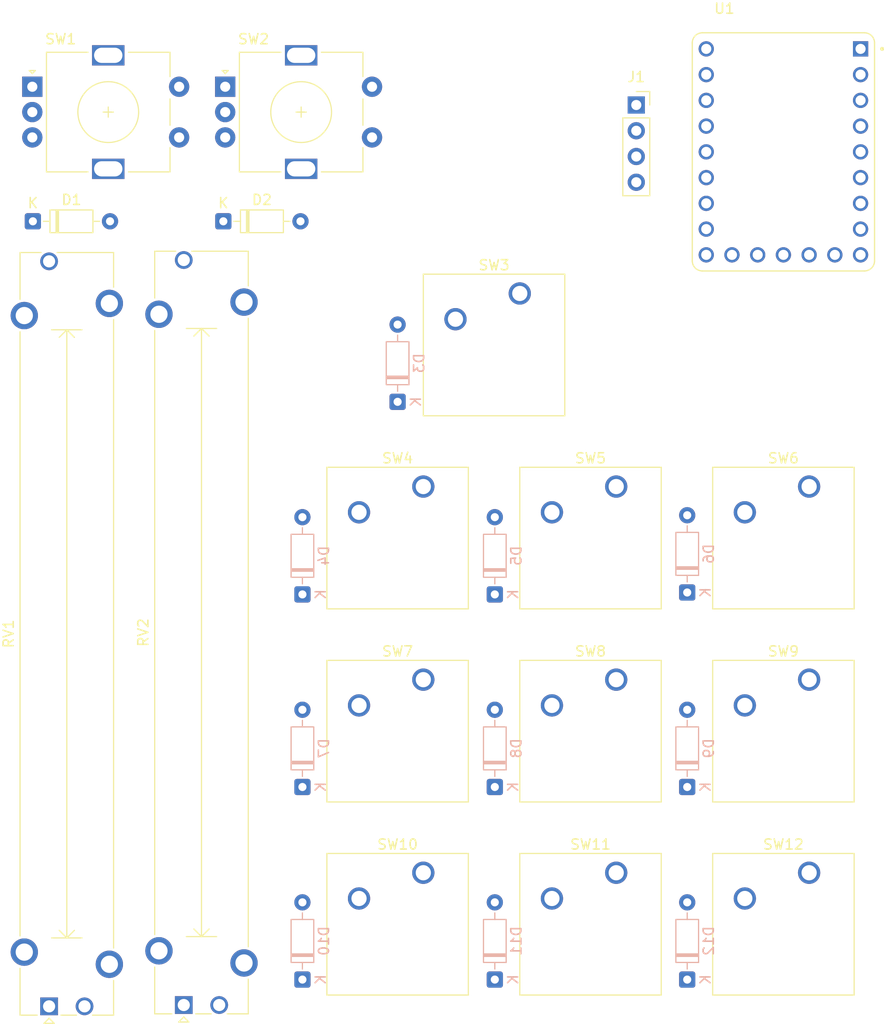
<source format=kicad_pcb>
(kicad_pcb (version 20241229) (generator "pcbnew") (generator_version "9.0")
  (layers (0 "F.Cu" signal) (2 "B.Cu" signal) (13 "F.Paste" user) (15 "B.Paste" user) (5 "F.SilkS" user "F.Silkscreen") (7 "B.SilkS" user "B.Silkscreen") (1 "F.Mask" user) (3 "B.Mask" user) (25 "Edge.Cuts" user))
  (net 0 "")
  (net 1 "/ROW0")
  (net 2 "/R1S2")
  (net 3 "/R2S2")
  (net 4 "Net-(D3-A)")
  (net 5 "Net-(D4-A)")
  (net 6 "/ROW1")
  (net 7 "Net-(D5-A)")
  (net 8 "Net-(D6-A)")
  (net 9 "Net-(D7-A)")
  (net 10 "/ROW2")
  (net 11 "Net-(D8-A)")
  (net 12 "Net-(D9-A)")
  (net 13 "/ROW3")
  (net 14 "Net-(D10-A)")
  (net 15 "Net-(D11-A)")
  (net 16 "Net-(D12-A)")
  (net 17 "GND")
  (net 18 "/SDA")
  (net 19 "/SCL")
  (net 20 "+3V3")
  (net 21 "+5V")
  (net 22 "/POT1")
  (net 23 "/POT2")
  (net 24 "/R1A")
  (net 25 "/COL0")
  (net 26 "/R1B")
  (net 27 "/R2B")
  (net 28 "/COL1")
  (net 29 "/R2A")
  (net 30 "/COL2")
  (footprint "Potentiometer_THT:Potentiometer_Bourns_PTA6043_Single_Slide" (layer "F.Cu") (at 117.982223 141.450822 90)
    (property "Reference" "RV1" (at 36.75 -4 90) (layer "F.SilkS"))
    (property "Value" "R_Potentiometer")
    (fp_line (start 74.37 -2.87) (end 74.37 -0.79) (stroke (width 0.12)) (layer "F.SilkS"))
    (fp_line (start 69.746 -2.87) (end 74.37 -2.87) (stroke (width 0.12)) (layer "F.SilkS"))
    (fp_line (start 6.946 -2.87) (end 66.554 -2.87) (stroke (width 0.12)) (layer "F.SilkS"))
    (fp_line (start -0.87 -2.87) (end 3.754 -2.87) (stroke (width 0.12)) (layer "F.SilkS"))
    (fp_line (start -0.87 -1.175) (end -0.87 -2.87) (stroke (width 0.12)) (layer "F.SilkS"))
    (fp_line (start -1.675 -0.5) (end -1.675 0.5) (stroke (width 0.12)) (layer "F.SilkS"))
    (fp_line (start -1.175 0) (end -1.675 -0.5) (stroke (width 0.12)) (layer "F.SilkS"))
    (fp_line (start 66.75 0.25) (end 66.75 3.25) (stroke (width 0.12)) (layer "F.SilkS"))
    (fp_line (start 6.75 0.25) (end 6.75 3.25) (stroke (width 0.12)) (layer "F.SilkS"))
    (fp_line (start -1.675 0.5) (end -1.175 0) (stroke (width 0.12)) (layer "F.SilkS"))
    (fp_line (start 74.37 0.79) (end 74.37 6.37) (stroke (width 0.12)) (layer "F.SilkS"))
    (fp_line (start 66 1) (end 66.75 1.75) (stroke (width 0.12)) (layer "F.SilkS"))
    (fp_line (start 7.5 1) (end 6.75 1.75) (stroke (width 0.12)) (layer "F.SilkS"))
    (fp_line (start 66.75 1.75) (end 66 2.5) (stroke (width 0.12)) (layer "F.SilkS"))
    (fp_line (start 6.75 1.75) (end 66.75 1.75) (stroke (width 0.12)) (layer "F.SilkS"))
    (fp_line (start 6.75 1.75) (end 7.5 2.5) (stroke (width 0.12)) (layer "F.SilkS"))
    (fp_line (start -0.87 2.71) (end -0.87 1.175) (stroke (width 0.12)) (layer "F.SilkS"))
    (fp_line (start 74.37 6.37) (end 70.946 6.37) (stroke (width 0.12)) (layer "F.SilkS"))
    (fp_line (start 67.754 6.37) (end 5.746 6.37) (stroke (width 0.12)) (layer "F.SilkS"))
    (fp_line (start 2.554 6.37) (end -0.87 6.37) (stroke (width 0.12)) (layer "F.SilkS"))
    (fp_line (start -0.87 6.37) (end -0.87 4.29) (stroke (width 0.12)) (layer "F.SilkS"))
    (pad "1" thru_hole rect (at 0 0 90) (size 1.75 1.75) (drill 1.2) (layers "*.Cu" "*.Mask") (net 21 "+5V"))
    (pad "2" thru_hole circle (at 0 3.5 90) (size 1.75 1.75) (drill 1.2) (layers "*.Cu" "*.Mask") (net 22 "/POT1"))
    (pad "3" thru_hole circle (at 73.5 0 90) (size 1.75 1.75) (drill 1.2) (layers "*.Cu" "*.Mask") (net 17 "GND"))
    (pad "MP" thru_hole circle (at 4.15 5.95 90) (size 2.7 2.7) (drill 1.7) (layers "*.Cu" "*.Mask"))
    (pad "MP" thru_hole circle (at 5.35 -2.45 90) (size 2.7 2.7) (drill 1.7) (layers "*.Cu" "*.Mask"))
    (pad "MP" thru_hole circle (at 68.15 -2.45 90) (size 2.7 2.7) (drill 1.7) (layers "*.Cu" "*.Mask"))
    (pad "MP" thru_hole circle (at 69.35 5.95 90) (size 2.7 2.7) (drill 1.7) (layers "*.Cu" "*.Mask"))
  )
  (footprint "Rotary_Encoder:RotaryEncoder_Alps_EC11E-Switch_Vertical_H20mm" (layer "F.Cu") (at 116.325 50.725)
    (property "Reference" "SW1" (at 2.8 -4.7 0) (layer "F.SilkS"))
    (property "Value" "RotaryEncoder_Switch")
    (fp_line (start -0.3 -1.6) (end 0.3 -1.6) (stroke (width 0.12)) (layer "F.SilkS"))
    (fp_line (start 0 -1.3) (end -0.3 -1.6) (stroke (width 0.12)) (layer "F.SilkS"))
    (fp_line (start 0.3 -1.6) (end 0 -1.3) (stroke (width 0.12)) (layer "F.SilkS"))
    (fp_line (start 1.4 -3.4) (end 1.4 8.4) (stroke (width 0.12)) (layer "F.SilkS"))
    (fp_line (start 5.5 -3.4) (end 1.4 -3.4) (stroke (width 0.12)) (layer "F.SilkS"))
    (fp_line (start 5.5 8.4) (end 1.4 8.4) (stroke (width 0.12)) (layer "F.SilkS"))
    (fp_line (start 7 2.5) (end 8 2.5) (stroke (width 0.12)) (layer "F.SilkS"))
    (fp_line (start 7.5 2) (end 7.5 3) (stroke (width 0.12)) (layer "F.SilkS"))
    (fp_line (start 9.5 -3.4) (end 13.6 -3.4) (stroke (width 0.12)) (layer "F.SilkS"))
    (fp_line (start 13.6 -3.4) (end 13.6 -1) (stroke (width 0.12)) (layer "F.SilkS"))
    (fp_line (start 13.6 1.2) (end 13.6 3.8) (stroke (width 0.12)) (layer "F.SilkS"))
    (fp_line (start 13.6 6) (end 13.6 8.4) (stroke (width 0.12)) (layer "F.SilkS"))
    (fp_line (start 13.6 8.4) (end 9.5 8.4) (stroke (width 0.12)) (layer "F.SilkS"))
    (fp_circle (center 7.5 2.5) (end 10.5 2.5) (stroke (width 0.12)) (fill no) (layer "F.SilkS"))
    (pad "A" thru_hole rect (at 0 0) (size 2 2) (drill 1) (layers "*.Cu" "*.Mask") (net 24 "/R1A"))
    (pad "B" thru_hole circle (at 0 5) (size 2 2) (drill 1) (layers "*.Cu" "*.Mask") (net 26 "/R1B"))
    (pad "C" thru_hole circle (at 0 2.5) (size 2 2) (drill 1) (layers "*.Cu" "*.Mask") (net 17 "GND"))
    (pad "MP" thru_hole rect (at 7.5 -3.1) (size 3.2 2) (drill oval 2.8 1.5) (layers "*.Cu" "*.Mask"))
    (pad "MP" thru_hole rect (at 7.5 8.1) (size 3.2 2) (drill oval 2.8 1.5) (layers "*.Cu" "*.Mask"))
    (pad "S1" thru_hole circle (at 14.5 5) (size 2 2) (drill 1) (layers "*.Cu" "*.Mask") (net 25 "/COL0"))
    (pad "S2" thru_hole circle (at 14.5 0) (size 2 2) (drill 1) (layers "*.Cu" "*.Mask") (net 2 "/R1S2"))
  )
  (footprint "Button_Switch_Keyboard:SW_Cherry_MX_1.00u_PCB" (layer "F.Cu") (at 173.99 128.27)
    (property "Reference" "SW11" (at -2.54 -2.794 0) (layer "F.SilkS"))
    (property "Value" "SW_Push")
    (fp_line (start -9.525 -1.905) (end 4.445 -1.905) (stroke (width 0.12)) (layer "F.SilkS"))
    (fp_line (start -9.525 12.065) (end -9.525 -1.905) (stroke (width 0.12)) (layer "F.SilkS"))
    (fp_line (start 4.445 -1.905) (end 4.445 12.065) (stroke (width 0.12)) (layer "F.SilkS"))
    (fp_line (start 4.445 12.065) (end -9.525 12.065) (stroke (width 0.12)) (layer "F.SilkS"))
    (pad "" np_thru_hole circle (at -7.62 5.08) (size 1.7 1.7) (drill 1.7) (layers "*.Cu" "*.Mask"))
    (pad "" np_thru_hole circle (at -2.54 5.08) (size 4 4) (drill 4) (layers "*.Cu" "*.Mask"))
    (pad "" np_thru_hole circle (at 2.54 5.08) (size 1.7 1.7) (drill 1.7) (layers "*.Cu" "*.Mask"))
    (pad "1" thru_hole circle (at 0 0) (size 2.2 2.2) (drill 1.5) (layers "*.Cu" "*.Mask") (net 28 "/COL1"))
    (pad "2" thru_hole circle (at -6.35 2.54) (size 2.2 2.2) (drill 1.5) (layers "*.Cu" "*.Mask") (net 15 "Net-(D11-A)"))
  )
  (footprint "Diode_THT:D_DO-35_SOD27_P7.62mm_Horizontal" (layer "F.Cu") (at 116.38 64)
    (property "Reference" "D1" (at 3.81 -2.12 0) (layer "F.SilkS"))
    (property "Value" "D")
    (fp_line (start 1.04 0) (end 1.69 0) (stroke (width 0.12)) (layer "F.SilkS"))
    (fp_line (start 2.29 -1.12) (end 2.29 1.12) (stroke (width 0.12)) (layer "F.SilkS"))
    (fp_line (start 2.41 -1.12) (end 2.41 1.12) (stroke (width 0.12)) (layer "F.SilkS"))
    (fp_line (start 2.53 -1.12) (end 2.53 1.12) (stroke (width 0.12)) (layer "F.SilkS"))
    (fp_line (start 6.58 0) (end 5.93 0) (stroke (width 0.12)) (layer "F.SilkS"))
    (fp_rect (start 1.69 -1.12) (end 5.93 1.12) (stroke (width 0.12)) (fill no) (layer "F.SilkS"))
    (fp_text user "K" (at 0 -1.8 0) (layer "F.SilkS"))
    (pad "1" thru_hole roundrect (at 0 0) (size 1.6 1.6) (drill 0.8) (layers "*.Cu" "*.Mask") (roundrect_rratio 0.15625) (net 1 "/ROW0"))
    (pad "2" thru_hole circle (at 7.62 0) (size 1.6 1.6) (drill 0.8) (layers "*.Cu" "*.Mask") (net 2 "/R1S2"))
  )
  (footprint "Button_Switch_Keyboard:SW_Cherry_MX_1.00u_PCB" (layer "F.Cu") (at 154.94 128.27)
    (property "Reference" "SW10" (at -2.54 -2.794 0) (layer "F.SilkS"))
    (property "Value" "SW_Push")
    (fp_line (start -9.525 -1.905) (end 4.445 -1.905) (stroke (width 0.12)) (layer "F.SilkS"))
    (fp_line (start -9.525 12.065) (end -9.525 -1.905) (stroke (width 0.12)) (layer "F.SilkS"))
    (fp_line (start 4.445 -1.905) (end 4.445 12.065) (stroke (width 0.12)) (layer "F.SilkS"))
    (fp_line (start 4.445 12.065) (end -9.525 12.065) (stroke (width 0.12)) (layer "F.SilkS"))
    (pad "" np_thru_hole circle (at -7.62 5.08) (size 1.7 1.7) (drill 1.7) (layers "*.Cu" "*.Mask"))
    (pad "" np_thru_hole circle (at -2.54 5.08) (size 4 4) (drill 4) (layers "*.Cu" "*.Mask"))
    (pad "" np_thru_hole circle (at 2.54 5.08) (size 1.7 1.7) (drill 1.7) (layers "*.Cu" "*.Mask"))
    (pad "1" thru_hole circle (at 0 0) (size 2.2 2.2) (drill 1.5) (layers "*.Cu" "*.Mask") (net 25 "/COL0"))
    (pad "2" thru_hole circle (at -6.35 2.54) (size 2.2 2.2) (drill 1.5) (layers "*.Cu" "*.Mask") (net 14 "Net-(D10-A)"))
  )
  (footprint "Button_Switch_Keyboard:SW_Cherry_MX_1.00u_PCB" (layer "F.Cu") (at 193.04 90.17)
    (property "Reference" "SW6" (at -2.54 -2.794 0) (layer "F.SilkS"))
    (property "Value" "SW_Push")
    (fp_line (start -9.525 -1.905) (end 4.445 -1.905) (stroke (width 0.12)) (layer "F.SilkS"))
    (fp_line (start -9.525 12.065) (end -9.525 -1.905) (stroke (width 0.12)) (layer "F.SilkS"))
    (fp_line (start 4.445 -1.905) (end 4.445 12.065) (stroke (width 0.12)) (layer "F.SilkS"))
    (fp_line (start 4.445 12.065) (end -9.525 12.065) (stroke (width 0.12)) (layer "F.SilkS"))
    (pad "" np_thru_hole circle (at -7.62 5.08) (size 1.7 1.7) (drill 1.7) (layers "*.Cu" "*.Mask"))
    (pad "" np_thru_hole circle (at -2.54 5.08) (size 4 4) (drill 4) (layers "*.Cu" "*.Mask"))
    (pad "" np_thru_hole circle (at 2.54 5.08) (size 1.7 1.7) (drill 1.7) (layers "*.Cu" "*.Mask"))
    (pad "1" thru_hole circle (at 0 0) (size 2.2 2.2) (drill 1.5) (layers "*.Cu" "*.Mask") (net 30 "/COL2"))
    (pad "2" thru_hole circle (at -6.35 2.54) (size 2.2 2.2) (drill 1.5) (layers "*.Cu" "*.Mask") (net 8 "Net-(D6-A)"))
  )
  (footprint "Diode_THT:D_DO-35_SOD27_P7.62mm_Horizontal" (layer "F.Cu") (at 135.19 64)
    (property "Reference" "D2" (at 3.81 -2.12 0) (layer "F.SilkS"))
    (property "Value" "D")
    (fp_line (start 1.04 0) (end 1.69 0) (stroke (width 0.12)) (layer "F.SilkS"))
    (fp_line (start 2.29 -1.12) (end 2.29 1.12) (stroke (width 0.12)) (layer "F.SilkS"))
    (fp_line (start 2.41 -1.12) (end 2.41 1.12) (stroke (width 0.12)) (layer "F.SilkS"))
    (fp_line (start 2.53 -1.12) (end 2.53 1.12) (stroke (width 0.12)) (layer "F.SilkS"))
    (fp_line (start 6.58 0) (end 5.93 0) (stroke (width 0.12)) (layer "F.SilkS"))
    (fp_rect (start 1.69 -1.12) (end 5.93 1.12) (stroke (width 0.12)) (fill no) (layer "F.SilkS"))
    (fp_text user "K" (at 0 -1.8 0) (layer "F.SilkS"))
    (pad "1" thru_hole roundrect (at 0 0) (size 1.6 1.6) (drill 0.8) (layers "*.Cu" "*.Mask") (roundrect_rratio 0.15625) (net 1 "/ROW0"))
    (pad "2" thru_hole circle (at 7.62 0) (size 1.6 1.6) (drill 0.8) (layers "*.Cu" "*.Mask") (net 3 "/R2S2"))
  )
  (footprint "Button_Switch_Keyboard:SW_Cherry_MX_1.00u_PCB" (layer "F.Cu") (at 154.94 109.22)
    (property "Reference" "SW7" (at -2.54 -2.794 0) (layer "F.SilkS"))
    (property "Value" "SW_Push")
    (fp_line (start -9.525 -1.905) (end 4.445 -1.905) (stroke (width 0.12)) (layer "F.SilkS"))
    (fp_line (start -9.525 12.065) (end -9.525 -1.905) (stroke (width 0.12)) (layer "F.SilkS"))
    (fp_line (start 4.445 -1.905) (end 4.445 12.065) (stroke (width 0.12)) (layer "F.SilkS"))
    (fp_line (start 4.445 12.065) (end -9.525 12.065) (stroke (width 0.12)) (layer "F.SilkS"))
    (pad "" np_thru_hole circle (at -7.62 5.08) (size 1.7 1.7) (drill 1.7) (layers "*.Cu" "*.Mask"))
    (pad "" np_thru_hole circle (at -2.54 5.08) (size 4 4) (drill 4) (layers "*.Cu" "*.Mask"))
    (pad "" np_thru_hole circle (at 2.54 5.08) (size 1.7 1.7) (drill 1.7) (layers "*.Cu" "*.Mask"))
    (pad "1" thru_hole circle (at 0 0) (size 2.2 2.2) (drill 1.5) (layers "*.Cu" "*.Mask") (net 25 "/COL0"))
    (pad "2" thru_hole circle (at -6.35 2.54) (size 2.2 2.2) (drill 1.5) (layers "*.Cu" "*.Mask") (net 9 "Net-(D7-A)"))
  )
  (footprint "Button_Switch_Keyboard:SW_Cherry_MX_1.00u_PCB" (layer "F.Cu") (at 154.94 90.17)
    (property "Reference" "SW4" (at -2.54 -2.794 0) (layer "F.SilkS"))
    (property "Value" "SW_Push")
    (fp_line (start -9.525 -1.905) (end 4.445 -1.905) (stroke (width 0.12)) (layer "F.SilkS"))
    (fp_line (start -9.525 12.065) (end -9.525 -1.905) (stroke (width 0.12)) (layer "F.SilkS"))
    (fp_line (start 4.445 -1.905) (end 4.445 12.065) (stroke (width 0.12)) (layer "F.SilkS"))
    (fp_line (start 4.445 12.065) (end -9.525 12.065) (stroke (width 0.12)) (layer "F.SilkS"))
    (pad "" np_thru_hole circle (at -7.62 5.08) (size 1.7 1.7) (drill 1.7) (layers "*.Cu" "*.Mask"))
    (pad "" np_thru_hole circle (at -2.54 5.08) (size 4 4) (drill 4) (layers "*.Cu" "*.Mask"))
    (pad "" np_thru_hole circle (at 2.54 5.08) (size 1.7 1.7) (drill 1.7) (layers "*.Cu" "*.Mask"))
    (pad "1" thru_hole circle (at 0 0) (size 2.2 2.2) (drill 1.5) (layers "*.Cu" "*.Mask") (net 25 "/COL0"))
    (pad "2" thru_hole circle (at -6.35 2.54) (size 2.2 2.2) (drill 1.5) (layers "*.Cu" "*.Mask") (net 5 "Net-(D4-A)"))
  )
  (footprint "Button_Switch_Keyboard:SW_Cherry_MX_1.00u_PCB" (layer "F.Cu") (at 193.04 128.27)
    (property "Reference" "SW12" (at -2.54 -2.794 0) (layer "F.SilkS"))
    (property "Value" "SW_Push")
    (fp_line (start -9.525 -1.905) (end 4.445 -1.905) (stroke (width 0.12)) (layer "F.SilkS"))
    (fp_line (start -9.525 12.065) (end -9.525 -1.905) (stroke (width 0.12)) (layer "F.SilkS"))
    (fp_line (start 4.445 -1.905) (end 4.445 12.065) (stroke (width 0.12)) (layer "F.SilkS"))
    (fp_line (start 4.445 12.065) (end -9.525 12.065) (stroke (width 0.12)) (layer "F.SilkS"))
    (pad "" np_thru_hole circle (at -7.62 5.08) (size 1.7 1.7) (drill 1.7) (layers "*.Cu" "*.Mask"))
    (pad "" np_thru_hole circle (at -2.54 5.08) (size 4 4) (drill 4) (layers "*.Cu" "*.Mask"))
    (pad "" np_thru_hole circle (at 2.54 5.08) (size 1.7 1.7) (drill 1.7) (layers "*.Cu" "*.Mask"))
    (pad "1" thru_hole circle (at 0 0) (size 2.2 2.2) (drill 1.5) (layers "*.Cu" "*.Mask") (net 30 "/COL2"))
    (pad "2" thru_hole circle (at -6.35 2.54) (size 2.2 2.2) (drill 1.5) (layers "*.Cu" "*.Mask") (net 16 "Net-(D12-A)"))
  )
  (footprint "RP2040-ZERO:MODULE_RP2040-ZERO" (layer "F.Cu") (at 190.5 57.15)
    (property "Reference" "U1" (at -5.825 -14.135 0) (layer "F.SilkS"))
    (property "Value" "RP2040-ZERO")
    (fp_line (start -9 -10.75) (end -9 10.75) (stroke (width 0.127)) (layer "F.SilkS"))
    (fp_line (start -8 11.75) (end 8 11.75) (stroke (width 0.127)) (layer "F.SilkS"))
    (fp_line (start 8 -11.75) (end -8 -11.75) (stroke (width 0.127)) (layer "F.SilkS"))
    (fp_line (start 9 10.75) (end 9 -10.75) (stroke (width 0.127)) (layer "F.SilkS"))
    (fp_arc (start -9 -10.75) (mid -8.707107 -11.457107) (end -8 -11.75) (stroke (width 0.127)) (layer "F.SilkS"))
    (fp_arc (start -8 11.75) (mid -8.707107 11.457107) (end -9 10.75) (stroke (width 0.127)) (layer "F.SilkS"))
    (fp_arc (start 8 -11.75) (mid 8.707107 -11.457107) (end 9 -10.75) (stroke (width 0.127)) (layer "F.SilkS"))
    (fp_arc (start 9 10.75) (mid 8.707107 11.457107) (end 8 11.75) (stroke (width 0.127)) (layer "F.SilkS"))
    (fp_circle (center 9.75 -10.16) (end 9.85 -10.16) (stroke (width 0.2)) (fill no) (layer "F.SilkS"))
    (pad "1" thru_hole rect (at 7.62 -10.16) (size 1.508 1.508) (drill 1) (layers "*.Cu" "*.Mask") (net 25 "/COL0"))
    (pad "2" thru_hole circle (at 7.62 -7.62) (size 1.508 1.508) (drill 1) (layers "*.Cu" "*.Mask") (net 28 "/COL1"))
    (pad "3" thru_hole circle (at 7.62 -5.08) (size 1.508 1.508) (drill 1) (layers "*.Cu" "*.Mask") (net 30 "/COL2"))
    (pad "4" thru_hole circle (at 7.62 -2.54) (size 1.508 1.508) (drill 1) (layers "*.Cu" "*.Mask") (net 1 "/ROW0"))
    (pad "5" thru_hole circle (at 7.62 0) (size 1.508 1.508) (drill 1) (layers "*.Cu" "*.Mask") (net 6 "/ROW1"))
    (pad "6" thru_hole circle (at 7.62 2.54) (size 1.508 1.508) (drill 1) (layers "*.Cu" "*.Mask") (net 10 "/ROW2"))
    (pad "7" thru_hole circle (at 7.62 5.08) (size 1.508 1.508) (drill 1) (layers "*.Cu" "*.Mask") (net 13 "/ROW3"))
    (pad "8" thru_hole circle (at 7.62 7.62) (size 1.508 1.508) (drill 1) (layers "*.Cu" "*.Mask") (net 19 "/SCL"))
    (pad "9" thru_hole circle (at 7.62 10.16) (size 1.508 1.508) (drill 1) (layers "*.Cu" "*.Mask") (net 18 "/SDA"))
    (pad "10" thru_hole circle (at 5.08 10.16) (size 1.508 1.508) (drill 1) (layers "*.Cu" "*.Mask"))
    (pad "11" thru_hole circle (at 2.54 10.16) (size 1.508 1.508) (drill 1) (layers "*.Cu" "*.Mask"))
    (pad "12" thru_hole circle (at 0 10.16) (size 1.508 1.508) (drill 1) (layers "*.Cu" "*.Mask"))
    (pad "13" thru_hole circle (at -2.54 10.16) (size 1.508 1.508) (drill 1) (layers "*.Cu" "*.Mask") (net 24 "/R1A"))
    (pad "14" thru_hole circle (at -5.08 10.16) (size 1.508 1.508) (drill 1) (layers "*.Cu" "*.Mask") (net 26 "/R1B"))
    (pad "15" thru_hole circle (at -7.62 10.16) (size 1.508 1.508) (drill 1) (layers "*.Cu" "*.Mask") (net 29 "/R2A"))
    (pad "16" thru_hole circle (at -7.62 7.62) (size 1.508 1.508) (drill 1) (layers "*.Cu" "*.Mask") (net 27 "/R2B"))
    (pad "17" thru_hole circle (at -7.62 5.08) (size 1.508 1.508) (drill 1) (layers "*.Cu" "*.Mask"))
    (pad "18" thru_hole circle (at -7.62 2.54) (size 1.508 1.508) (drill 1) (layers "*.Cu" "*.Mask"))
    (pad "19" thru_hole circle (at -7.62 0) (size 1.508 1.508) (drill 1) (layers "*.Cu" "*.Mask") (net 22 "/POT1"))
    (pad "20" thru_hole circle (at -7.62 -2.54) (size 1.508 1.508) (drill 1) (layers "*.Cu" "*.Mask") (net 23 "/POT2"))
    (pad "21" thru_hole circle (at -7.62 -5.08) (size 1.508 1.508) (drill 1) (layers "*.Cu" "*.Mask") (net 20 "+3V3"))
    (pad "22" thru_hole circle (at -7.62 -7.62) (size 1.508 1.508) (drill 1) (layers "*.Cu" "*.Mask") (net 17 "GND"))
    (pad "23" thru_hole circle (at -7.62 -10.16) (size 1.508 1.508) (drill 1) (layers "*.Cu" "*.Mask") (net 21 "+5V"))
  )
  (footprint "Potentiometer_THT:Potentiometer_Bourns_PTA6043_Single_Slide" (layer "F.Cu") (at 131.282223 141.320822 90)
    (property "Reference" "RV2" (at 36.75 -4 90) (layer "F.SilkS"))
    (property "Value" "R_Potentiometer")
    (fp_line (start 74.37 -2.87) (end 74.37 -0.79) (stroke (width 0.12)) (layer "F.SilkS"))
    (fp_line (start 69.746 -2.87) (end 74.37 -2.87) (stroke (width 0.12)) (layer "F.SilkS"))
    (fp_line (start 6.946 -2.87) (end 66.554 -2.87) (stroke (width 0.12)) (layer "F.SilkS"))
    (fp_line (start -0.87 -2.87) (end 3.754 -2.87) (stroke (width 0.12)) (layer "F.SilkS"))
    (fp_line (start -0.87 -1.175) (end -0.87 -2.87) (stroke (width 0.12)) (layer "F.SilkS"))
    (fp_line (start -1.675 -0.5) (end -1.675 0.5) (stroke (width 0.12)) (layer "F.SilkS"))
    (fp_line (start -1.175 0) (end -1.675 -0.5) (stroke (width 0.12)) (layer "F.SilkS"))
    (fp_line (start 66.75 0.25) (end 66.75 3.25) (stroke (width 0.12)) (layer "F.SilkS"))
    (fp_line (start 6.75 0.25) (end 6.75 3.25) (stroke (width 0.12)) (layer "F.SilkS"))
    (fp_line (start -1.675 0.5) (end -1.175 0) (stroke (width 0.12)) (layer "F.SilkS"))
    (fp_line (start 74.37 0.79) (end 74.37 6.37) (stroke (width 0.12)) (layer "F.SilkS"))
    (fp_line (start 66 1) (end 66.75 1.75) (stroke (width 0.12)) (layer "F.SilkS"))
    (fp_line (start 7.5 1) (end 6.75 1.75) (stroke (width 0.12)) (layer "F.SilkS"))
    (fp_line (start 66.75 1.75) (end 66 2.5) (stroke (width 0.12)) (layer "F.SilkS"))
    (fp_line (start 6.75 1.75) (end 66.75 1.75) (stroke (width 0.12)) (layer "F.SilkS"))
    (fp_line (start 6.75 1.75) (end 7.5 2.5) (stroke (width 0.12)) (layer "F.SilkS"))
    (fp_line (start -0.87 2.71) (end -0.87 1.175) (stroke (width 0.12)) (layer "F.SilkS"))
    (fp_line (start 74.37 6.37) (end 70.946 6.37) (stroke (width 0.12)) (layer "F.SilkS"))
    (fp_line (start 67.754 6.37) (end 5.746 6.37) (stroke (width 0.12)) (layer "F.SilkS"))
    (fp_line (start 2.554 6.37) (end -0.87 6.37) (stroke (width 0.12)) (layer "F.SilkS"))
    (fp_line (start -0.87 6.37) (end -0.87 4.29) (stroke (width 0.12)) (layer "F.SilkS"))
    (pad "1" thru_hole rect (at 0 0 90) (size 1.75 1.75) (drill 1.2) (layers "*.Cu" "*.Mask") (net 21 "+5V"))
    (pad "2" thru_hole circle (at 0 3.5 90) (size 1.75 1.75) (drill 1.2) (layers "*.Cu" "*.Mask") (net 23 "/POT2"))
    (pad "3" thru_hole circle (at 73.5 0 90) (size 1.75 1.75) (drill 1.2) (layers "*.Cu" "*.Mask") (net 17 "GND"))
    (pad "MP" thru_hole circle (at 4.15 5.95 90) (size 2.7 2.7) (drill 1.7) (layers "*.Cu" "*.Mask"))
    (pad "MP" thru_hole circle (at 5.35 -2.45 90) (size 2.7 2.7) (drill 1.7) (layers "*.Cu" "*.Mask"))
    (pad "MP" thru_hole circle (at 68.15 -2.45 90) (size 2.7 2.7) (drill 1.7) (layers "*.Cu" "*.Mask"))
    (pad "MP" thru_hole circle (at 69.35 5.95 90) (size 2.7 2.7) (drill 1.7) (layers "*.Cu" "*.Mask"))
  )
  (footprint "Rotary_Encoder:RotaryEncoder_Alps_EC11E-Switch_Vertical_H20mm" (layer "F.Cu") (at 135.375 50.725)
    (property "Reference" "SW2" (at 2.8 -4.7 0) (layer "F.SilkS"))
    (property "Value" "RotaryEncoder_Switch")
    (fp_line (start -0.3 -1.6) (end 0.3 -1.6) (stroke (width 0.12)) (layer "F.SilkS"))
    (fp_line (start 0 -1.3) (end -0.3 -1.6) (stroke (width 0.12)) (layer "F.SilkS"))
    (fp_line (start 0.3 -1.6) (end 0 -1.3) (stroke (width 0.12)) (layer "F.SilkS"))
    (fp_line (start 1.4 -3.4) (end 1.4 8.4) (stroke (width 0.12)) (layer "F.SilkS"))
    (fp_line (start 5.5 -3.4) (end 1.4 -3.4) (stroke (width 0.12)) (layer "F.SilkS"))
    (fp_line (start 5.5 8.4) (end 1.4 8.4) (stroke (width 0.12)) (layer "F.SilkS"))
    (fp_line (start 7 2.5) (end 8 2.5) (stroke (width 0.12)) (layer "F.SilkS"))
    (fp_line (start 7.5 2) (end 7.5 3) (stroke (width 0.12)) (layer "F.SilkS"))
    (fp_line (start 9.5 -3.4) (end 13.6 -3.4) (stroke (width 0.12)) (layer "F.SilkS"))
    (fp_line (start 13.6 -3.4) (end 13.6 -1) (stroke (width 0.12)) (layer "F.SilkS"))
    (fp_line (start 13.6 1.2) (end 13.6 3.8) (stroke (width 0.12)) (layer "F.SilkS"))
    (fp_line (start 13.6 6) (end 13.6 8.4) (stroke (width 0.12)) (layer "F.SilkS"))
    (fp_line (start 13.6 8.4) (end 9.5 8.4) (stroke (width 0.12)) (layer "F.SilkS"))
    (fp_circle (center 7.5 2.5) (end 10.5 2.5) (stroke (width 0.12)) (fill no) (layer "F.SilkS"))
    (pad "A" thru_hole rect (at 0 0) (size 2 2) (drill 1) (layers "*.Cu" "*.Mask") (net 29 "/R2A"))
    (pad "B" thru_hole circle (at 0 5) (size 2 2) (drill 1) (layers "*.Cu" "*.Mask") (net 27 "/R2B"))
    (pad "C" thru_hole circle (at 0 2.5) (size 2 2) (drill 1) (layers "*.Cu" "*.Mask") (net 17 "GND"))
    (pad "MP" thru_hole rect (at 7.5 -3.1) (size 3.2 2) (drill oval 2.8 1.5) (layers "*.Cu" "*.Mask"))
    (pad "MP" thru_hole rect (at 7.5 8.1) (size 3.2 2) (drill oval 2.8 1.5) (layers "*.Cu" "*.Mask"))
    (pad "S1" thru_hole circle (at 14.5 5) (size 2 2) (drill 1) (layers "*.Cu" "*.Mask") (net 28 "/COL1"))
    (pad "S2" thru_hole circle (at 14.5 0) (size 2 2) (drill 1) (layers "*.Cu" "*.Mask") (net 3 "/R2S2"))
  )
  (footprint "Button_Switch_Keyboard:SW_Cherry_MX_1.00u_PCB" (layer "F.Cu") (at 164.465 71.12)
    (property "Reference" "SW3" (at -2.54 -2.794 0) (layer "F.SilkS"))
    (property "Value" "SW_Push")
    (fp_line (start -9.525 -1.905) (end 4.445 -1.905) (stroke (width 0.12)) (layer "F.SilkS"))
    (fp_line (start -9.525 12.065) (end -9.525 -1.905) (stroke (width 0.12)) (layer "F.SilkS"))
    (fp_line (start 4.445 -1.905) (end 4.445 12.065) (stroke (width 0.12)) (layer "F.SilkS"))
    (fp_line (start 4.445 12.065) (end -9.525 12.065) (stroke (width 0.12)) (layer "F.SilkS"))
    (pad "" np_thru_hole circle (at -7.62 5.08) (size 1.7 1.7) (drill 1.7) (layers "*.Cu" "*.Mask"))
    (pad "" np_thru_hole circle (at -2.54 5.08) (size 4 4) (drill 4) (layers "*.Cu" "*.Mask"))
    (pad "" np_thru_hole circle (at 2.54 5.08) (size 1.7 1.7) (drill 1.7) (layers "*.Cu" "*.Mask"))
    (pad "1" thru_hole circle (at 0 0) (size 2.2 2.2) (drill 1.5) (layers "*.Cu" "*.Mask") (net 30 "/COL2"))
    (pad "2" thru_hole circle (at -6.35 2.54) (size 2.2 2.2) (drill 1.5) (layers "*.Cu" "*.Mask") (net 4 "Net-(D3-A)"))
  )
  (footprint "Button_Switch_Keyboard:SW_Cherry_MX_1.00u_PCB" (layer "F.Cu") (at 173.99 90.17)
    (property "Reference" "SW5" (at -2.54 -2.794 0) (layer "F.SilkS"))
    (property "Value" "SW_Push")
    (fp_line (start -9.525 -1.905) (end 4.445 -1.905) (stroke (width 0.12)) (layer "F.SilkS"))
    (fp_line (start -9.525 12.065) (end -9.525 -1.905) (stroke (width 0.12)) (layer "F.SilkS"))
    (fp_line (start 4.445 -1.905) (end 4.445 12.065) (stroke (width 0.12)) (layer "F.SilkS"))
    (fp_line (start 4.445 12.065) (end -9.525 12.065) (stroke (width 0.12)) (layer "F.SilkS"))
    (pad "" np_thru_hole circle (at -7.62 5.08) (size 1.7 1.7) (drill 1.7) (layers "*.Cu" "*.Mask"))
    (pad "" np_thru_hole circle (at -2.54 5.08) (size 4 4) (drill 4) (layers "*.Cu" "*.Mask"))
    (pad "" np_thru_hole circle (at 2.54 5.08) (size 1.7 1.7) (drill 1.7) (layers "*.Cu" "*.Mask"))
    (pad "1" thru_hole circle (at 0 0) (size 2.2 2.2) (drill 1.5) (layers "*.Cu" "*.Mask") (net 28 "/COL1"))
    (pad "2" thru_hole circle (at -6.35 2.54) (size 2.2 2.2) (drill 1.5) (layers "*.Cu" "*.Mask") (net 7 "Net-(D5-A)"))
  )
  (footprint "Button_Switch_Keyboard:SW_Cherry_MX_1.00u_PCB" (layer "F.Cu") (at 193.04 109.22)
    (property "Reference" "SW9" (at -2.54 -2.794 0) (layer "F.SilkS"))
    (property "Value" "SW_Push")
    (fp_line (start -9.525 -1.905) (end 4.445 -1.905) (stroke (width 0.12)) (layer "F.SilkS"))
    (fp_line (start -9.525 12.065) (end -9.525 -1.905) (stroke (width 0.12)) (layer "F.SilkS"))
    (fp_line (start 4.445 -1.905) (end 4.445 12.065) (stroke (width 0.12)) (layer "F.SilkS"))
    (fp_line (start 4.445 12.065) (end -9.525 12.065) (stroke (width 0.12)) (layer "F.SilkS"))
    (pad "" np_thru_hole circle (at -7.62 5.08) (size 1.7 1.7) (drill 1.7) (layers "*.Cu" "*.Mask"))
    (pad "" np_thru_hole circle (at -2.54 5.08) (size 4 4) (drill 4) (layers "*.Cu" "*.Mask"))
    (pad "" np_thru_hole circle (at 2.54 5.08) (size 1.7 1.7) (drill 1.7) (layers "*.Cu" "*.Mask"))
    (pad "1" thru_hole circle (at 0 0) (size 2.2 2.2) (drill 1.5) (layers "*.Cu" "*.Mask") (net 30 "/COL2"))
    (pad "2" thru_hole circle (at -6.35 2.54) (size 2.2 2.2) (drill 1.5) (layers "*.Cu" "*.Mask") (net 12 "Net-(D9-A)"))
  )
  (footprint "Connector_PinSocket_2.54mm:PinSocket_1x04_P2.54mm_Vertical" (layer "F.Cu") (at 175.9712 52.5272)
    (property "Reference" "J1" (at 0 -2.77 0) (layer "F.SilkS"))
    (property "Value" "Conn_01x04")
    (fp_line (start -1.33 1.27) (end -1.33 8.95) (stroke (width 0.12)) (layer "F.SilkS"))
    (fp_line (start -1.33 1.27) (end 1.33 1.27) (stroke (width 0.12)) (layer "F.SilkS"))
    (fp_line (start -1.33 8.95) (end 1.33 8.95) (stroke (width 0.12)) (layer "F.SilkS"))
    (fp_line (start 0 -1.33) (end 1.33 -1.33) (stroke (width 0.12)) (layer "F.SilkS"))
    (fp_line (start 1.33 -1.33) (end 1.33 0) (stroke (width 0.12)) (layer "F.SilkS"))
    (fp_line (start 1.33 1.27) (end 1.33 8.95) (stroke (width 0.12)) (layer "F.SilkS"))
    (pad "1" thru_hole rect (at 0 0) (size 1.7 1.7) (drill 1) (layers "*.Cu" "*.Mask") (net 17 "GND"))
    (pad "2" thru_hole circle (at 0 2.54) (size 1.7 1.7) (drill 1) (layers "*.Cu" "*.Mask") (net 20 "+3V3"))
    (pad "3" thru_hole circle (at 0 5.08) (size 1.7 1.7) (drill 1) (layers "*.Cu" "*.Mask") (net 19 "/SCL"))
    (pad "4" thru_hole circle (at 0 7.62) (size 1.7 1.7) (drill 1) (layers "*.Cu" "*.Mask") (net 18 "/SDA"))
  )
  (footprint "Button_Switch_Keyboard:SW_Cherry_MX_1.00u_PCB" (layer "F.Cu") (at 173.99 109.22)
    (property "Reference" "SW8" (at -2.54 -2.794 0) (layer "F.SilkS"))
    (property "Value" "SW_Push")
    (fp_line (start -9.525 -1.905) (end 4.445 -1.905) (stroke (width 0.12)) (layer "F.SilkS"))
    (fp_line (start -9.525 12.065) (end -9.525 -1.905) (stroke (width 0.12)) (layer "F.SilkS"))
    (fp_line (start 4.445 -1.905) (end 4.445 12.065) (stroke (width 0.12)) (layer "F.SilkS"))
    (fp_line (start 4.445 12.065) (end -9.525 12.065) (stroke (width 0.12)) (layer "F.SilkS"))
    (pad "" np_thru_hole circle (at -7.62 5.08) (size 1.7 1.7) (drill 1.7) (layers "*.Cu" "*.Mask"))
    (pad "" np_thru_hole circle (at -2.54 5.08) (size 4 4) (drill 4) (layers "*.Cu" "*.Mask"))
    (pad "" np_thru_hole circle (at 2.54 5.08) (size 1.7 1.7) (drill 1.7) (layers "*.Cu" "*.Mask"))
    (pad "1" thru_hole circle (at 0 0) (size 2.2 2.2) (drill 1.5) (layers "*.Cu" "*.Mask") (net 28 "/COL1"))
    (pad "2" thru_hole circle (at -6.35 2.54) (size 2.2 2.2) (drill 1.5) (layers "*.Cu" "*.Mask") (net 11 "Net-(D8-A)"))
  )
  (footprint "Diode_THT:D_DO-35_SOD27_P7.62mm_Horizontal" (layer "B.Cu") (at 162 100.81 90)
    (property "Reference" "D5" (at 3.81 2.12 90) (layer "B.SilkS") (effects (justify mirror)))
    (property "Value" "D")
    (fp_line (start 6.58 0) (end 5.93 0) (stroke (width 0.12)) (layer "B.SilkS"))
    (fp_line (start 1.04 0) (end 1.69 0) (stroke (width 0.12)) (layer "B.SilkS"))
    (fp_line (start 2.53 1.12) (end 2.53 -1.12) (stroke (width 0.12)) (layer "B.SilkS"))
    (fp_line (start 2.41 1.12) (end 2.41 -1.12) (stroke (width 0.12)) (layer "B.SilkS"))
    (fp_line (start 2.29 1.12) (end 2.29 -1.12) (stroke (width 0.12)) (layer "B.SilkS"))
    (fp_rect (start 1.69 1.12) (end 5.93 -1.12) (stroke (width 0.12)) (fill no) (layer "B.SilkS"))
    (fp_text user "K" (at 0 1.8 90) (layer "B.SilkS") (effects (justify mirror)))
    (pad "1" thru_hole roundrect (at 0 0 90) (size 1.6 1.6) (drill 0.8) (layers "*.Cu" "*.Mask") (roundrect_rratio 0.15625) (net 6 "/ROW1"))
    (pad "2" thru_hole circle (at 7.62 0 90) (size 1.6 1.6) (drill 0.8) (layers "*.Cu" "*.Mask") (net 7 "Net-(D5-A)"))
  )
  (footprint "Diode_THT:D_DO-35_SOD27_P7.62mm_Horizontal" (layer "B.Cu") (at 181 119.81 90)
    (property "Reference" "D9" (at 3.81 2.12 90) (layer "B.SilkS") (effects (justify mirror)))
    (property "Value" "D")
    (fp_line (start 6.58 0) (end 5.93 0) (stroke (width 0.12)) (layer "B.SilkS"))
    (fp_line (start 1.04 0) (end 1.69 0) (stroke (width 0.12)) (layer "B.SilkS"))
    (fp_line (start 2.53 1.12) (end 2.53 -1.12) (stroke (width 0.12)) (layer "B.SilkS"))
    (fp_line (start 2.41 1.12) (end 2.41 -1.12) (stroke (width 0.12)) (layer "B.SilkS"))
    (fp_line (start 2.29 1.12) (end 2.29 -1.12) (stroke (width 0.12)) (layer "B.SilkS"))
    (fp_rect (start 1.69 1.12) (end 5.93 -1.12) (stroke (width 0.12)) (fill no) (layer "B.SilkS"))
    (fp_text user "K" (at 0 1.8 90) (layer "B.SilkS") (effects (justify mirror)))
    (pad "1" thru_hole roundrect (at 0 0 90) (size 1.6 1.6) (drill 0.8) (layers "*.Cu" "*.Mask") (roundrect_rratio 0.15625) (net 10 "/ROW2"))
    (pad "2" thru_hole circle (at 7.62 0 90) (size 1.6 1.6) (drill 0.8) (layers "*.Cu" "*.Mask") (net 12 "Net-(D9-A)"))
  )
  (footprint "Diode_THT:D_DO-35_SOD27_P7.62mm_Horizontal" (layer "B.Cu") (at 152.4 81.81 90)
    (property "Reference" "D3" (at 3.81 2.12 90) (layer "B.SilkS") (effects (justify mirror)))
    (property "Value" "D")
    (fp_line (start 6.58 0) (end 5.93 0) (stroke (width 0.12)) (layer "B.SilkS"))
    (fp_line (start 1.04 0) (end 1.69 0) (stroke (width 0.12)) (layer "B.SilkS"))
    (fp_line (start 2.53 1.12) (end 2.53 -1.12) (stroke (width 0.12)) (layer "B.SilkS"))
    (fp_line (start 2.41 1.12) (end 2.41 -1.12) (stroke (width 0.12)) (layer "B.SilkS"))
    (fp_line (start 2.29 1.12) (end 2.29 -1.12) (stroke (width 0.12)) (layer "B.SilkS"))
    (fp_rect (start 1.69 1.12) (end 5.93 -1.12) (stroke (width 0.12)) (fill no) (layer "B.SilkS"))
    (fp_text user "K" (at 0 1.8 90) (layer "B.SilkS") (effects (justify mirror)))
    (pad "1" thru_hole roundrect (at 0 0 90) (size 1.6 1.6) (drill 0.8) (layers "*.Cu" "*.Mask") (roundrect_rratio 0.15625) (net 1 "/ROW0"))
    (pad "2" thru_hole circle (at 7.62 0 90) (size 1.6 1.6) (drill 0.8) (layers "*.Cu" "*.Mask") (net 4 "Net-(D3-A)"))
  )
  (footprint "Diode_THT:D_DO-35_SOD27_P7.62mm_Horizontal" (layer "B.Cu") (at 143 119.81 90)
    (property "Reference" "D7" (at 3.81 2.12 90) (layer "B.SilkS") (effects (justify mirror)))
    (property "Value" "D")
    (fp_line (start 6.58 0) (end 5.93 0) (stroke (width 0.12)) (layer "B.SilkS"))
    (fp_line (start 1.04 0) (end 1.69 0) (stroke (width 0.12)) (layer "B.SilkS"))
    (fp_line (start 2.53 1.12) (end 2.53 -1.12) (stroke (width 0.12)) (layer "B.SilkS"))
    (fp_line (start 2.41 1.12) (end 2.41 -1.12) (stroke (width 0.12)) (layer "B.SilkS"))
    (fp_line (start 2.29 1.12) (end 2.29 -1.12) (stroke (width 0.12)) (layer "B.SilkS"))
    (fp_rect (start 1.69 1.12) (end 5.93 -1.12) (stroke (width 0.12)) (fill no) (layer "B.SilkS"))
    (fp_text user "K" (at 0 1.8 90) (layer "B.SilkS") (effects (justify mirror)))
    (pad "1" thru_hole roundrect (at 0 0 90) (size 1.6 1.6) (drill 0.8) (layers "*.Cu" "*.Mask") (roundrect_rratio 0.15625) (net 10 "/ROW2"))
    (pad "2" thru_hole circle (at 7.62 0 90) (size 1.6 1.6) (drill 0.8) (layers "*.Cu" "*.Mask") (net 9 "Net-(D7-A)"))
  )
  (footprint "Diode_THT:D_DO-35_SOD27_P7.62mm_Horizontal" (layer "B.Cu") (at 162 138.81 90)
    (property "Reference" "D11" (at 3.81 2.12 90) (layer "B.SilkS") (effects (justify mirror)))
    (property "Value" "D")
    (fp_line (start 6.58 0) (end 5.93 0) (stroke (width 0.12)) (layer "B.SilkS"))
    (fp_line (start 1.04 0) (end 1.69 0) (stroke (width 0.12)) (layer "B.SilkS"))
    (fp_line (start 2.53 1.12) (end 2.53 -1.12) (stroke (width 0.12)) (layer "B.SilkS"))
    (fp_line (start 2.41 1.12) (end 2.41 -1.12) (stroke (width 0.12)) (layer "B.SilkS"))
    (fp_line (start 2.29 1.12) (end 2.29 -1.12) (stroke (width 0.12)) (layer "B.SilkS"))
    (fp_rect (start 1.69 1.12) (end 5.93 -1.12) (stroke (width 0.12)) (fill no) (layer "B.SilkS"))
    (fp_text user "K" (at 0 1.8 90) (layer "B.SilkS") (effects (justify mirror)))
    (pad "1" thru_hole roundrect (at 0 0 90) (size 1.6 1.6) (drill 0.8) (layers "*.Cu" "*.Mask") (roundrect_rratio 0.15625) (net 13 "/ROW3"))
    (pad "2" thru_hole circle (at 7.62 0 90) (size 1.6 1.6) (drill 0.8) (layers "*.Cu" "*.Mask") (net 15 "Net-(D11-A)"))
  )
  (footprint "Diode_THT:D_DO-35_SOD27_P7.62mm_Horizontal" (layer "B.Cu") (at 162 119.81 90)
    (property "Reference" "D8" (at 3.81 2.12 90) (layer "B.SilkS") (effects (justify mirror)))
    (property "Value" "D")
    (fp_line (start 6.58 0) (end 5.93 0) (stroke (width 0.12)) (layer "B.SilkS"))
    (fp_line (start 1.04 0) (end 1.69 0) (stroke (width 0.12)) (layer "B.SilkS"))
    (fp_line (start 2.53 1.12) (end 2.53 -1.12) (stroke (width 0.12)) (layer "B.SilkS"))
    (fp_line (start 2.41 1.12) (end 2.41 -1.12) (stroke (width 0.12)) (layer "B.SilkS"))
    (fp_line (start 2.29 1.12) (end 2.29 -1.12) (stroke (width 0.12)) (layer "B.SilkS"))
    (fp_rect (start 1.69 1.12) (end 5.93 -1.12) (stroke (width 0.12)) (fill no) (layer "B.SilkS"))
    (fp_text user "K" (at 0 1.8 90) (layer "B.SilkS") (effects (justify mirror)))
    (pad "1" thru_hole roundrect (at 0 0 90) (size 1.6 1.6) (drill 0.8) (layers "*.Cu" "*.Mask") (roundrect_rratio 0.15625) (net 10 "/ROW2"))
    (pad "2" thru_hole circle (at 7.62 0 90) (size 1.6 1.6) (drill 0.8) (layers "*.Cu" "*.Mask") (net 11 "Net-(D8-A)"))
  )
  (footprint "Diode_THT:D_DO-35_SOD27_P7.62mm_Horizontal" (layer "B.Cu") (at 143 100.81 90)
    (property "Reference" "D4" (at 3.81 2.12 90) (layer "B.SilkS") (effects (justify mirror)))
    (property "Value" "D")
    (fp_line (start 6.58 0) (end 5.93 0) (stroke (width 0.12)) (layer "B.SilkS"))
    (fp_line (start 1.04 0) (end 1.69 0) (stroke (width 0.12)) (layer "B.SilkS"))
    (fp_line (start 2.53 1.12) (end 2.53 -1.12) (stroke (width 0.12)) (layer "B.SilkS"))
    (fp_line (start 2.41 1.12) (end 2.41 -1.12) (stroke (width 0.12)) (layer "B.SilkS"))
    (fp_line (start 2.29 1.12) (end 2.29 -1.12) (stroke (width 0.12)) (layer "B.SilkS"))
    (fp_rect (start 1.69 1.12) (end 5.93 -1.12) (stroke (width 0.12)) (fill no) (layer "B.SilkS"))
    (fp_text user "K" (at 0 1.8 90) (layer "B.SilkS") (effects (justify mirror)))
    (pad "1" thru_hole roundrect (at 0 0 90) (size 1.6 1.6) (drill 0.8) (layers "*.Cu" "*.Mask") (roundrect_rratio 0.15625) (net 6 "/ROW1"))
    (pad "2" thru_hole circle (at 7.62 0 90) (size 1.6 1.6) (drill 0.8) (layers "*.Cu" "*.Mask") (net 5 "Net-(D4-A)"))
  )
  (footprint "Diode_THT:D_DO-35_SOD27_P7.62mm_Horizontal" (layer "B.Cu") (at 181 138.81 90)
    (property "Reference" "D12" (at 3.81 2.12 90) (layer "B.SilkS") (effects (justify mirror)))
    (property "Value" "D")
    (fp_line (start 6.58 0) (end 5.93 0) (stroke (width 0.12)) (layer "B.SilkS"))
    (fp_line (start 1.04 0) (end 1.69 0) (stroke (width 0.12)) (layer "B.SilkS"))
    (fp_line (start 2.53 1.12) (end 2.53 -1.12) (stroke (width 0.12)) (layer "B.SilkS"))
    (fp_line (start 2.41 1.12) (end 2.41 -1.12) (stroke (width 0.12)) (layer "B.SilkS"))
    (fp_line (start 2.29 1.12) (end 2.29 -1.12) (stroke (width 0.12)) (layer "B.SilkS"))
    (fp_rect (start 1.69 1.12) (end 5.93 -1.12) (stroke (width 0.12)) (fill no) (layer "B.SilkS"))
    (fp_text user "K" (at 0 1.8 90) (layer "B.SilkS") (effects (justify mirror)))
    (pad "1" thru_hole roundrect (at 0 0 90) (size 1.6 1.6) (drill 0.8) (layers "*.Cu" "*.Mask") (roundrect_rratio 0.15625) (net 13 "/ROW3"))
    (pad "2" thru_hole circle (at 7.62 0 90) (size 1.6 1.6) (drill 0.8) (layers "*.Cu" "*.Mask") (net 16 "Net-(D12-A)"))
  )
  (footprint "Diode_THT:D_DO-35_SOD27_P7.62mm_Horizontal" (layer "B.Cu") (at 181 100.62 90)
    (property "Reference" "D6" (at 3.81 2.12 90) (layer "B.SilkS") (effects (justify mirror)))
    (property "Value" "D")
    (fp_line (start 6.58 0) (end 5.93 0) (stroke (width 0.12)) (layer "B.SilkS"))
    (fp_line (start 1.04 0) (end 1.69 0) (stroke (width 0.12)) (layer "B.SilkS"))
    (fp_line (start 2.53 1.12) (end 2.53 -1.12) (stroke (width 0.12)) (layer "B.SilkS"))
    (fp_line (start 2.41 1.12) (end 2.41 -1.12) (stroke (width 0.12)) (layer "B.SilkS"))
    (fp_line (start 2.29 1.12) (end 2.29 -1.12) (stroke (width 0.12)) (layer "B.SilkS"))
    (fp_rect (start 1.69 1.12) (end 5.93 -1.12) (stroke (width 0.12)) (fill no) (layer "B.SilkS"))
    (fp_text user "K" (at 0 1.8 90) (layer "B.SilkS") (effects (justify mirror)))
    (pad "1" thru_hole roundrect (at 0 0 90) (size 1.6 1.6) (drill 0.8) (layers "*.Cu" "*.Mask") (roundrect_rratio 0.15625) (net 6 "/ROW1"))
    (pad "2" thru_hole circle (at 7.62 0 90) (size 1.6 1.6) (drill 0.8) (layers "*.Cu" "*.Mask") (net 8 "Net-(D6-A)"))
  )
  (footprint "Diode_THT:D_DO-35_SOD27_P7.62mm_Horizontal" (layer "B.Cu") (at 143 138.81 90)
    (property "Reference" "D10" (at 3.81 2.12 90) (layer "B.SilkS") (effects (justify mirror)))
    (property "Value" "D")
    (fp_line (start 6.58 0) (end 5.93 0) (stroke (width 0.12)) (layer "B.SilkS"))
    (fp_line (start 1.04 0) (end 1.69 0) (stroke (width 0.12)) (layer "B.SilkS"))
    (fp_line (start 2.53 1.12) (end 2.53 -1.12) (stroke (width 0.12)) (layer "B.SilkS"))
    (fp_line (start 2.41 1.12) (end 2.41 -1.12) (stroke (width 0.12)) (layer "B.SilkS"))
    (fp_line (start 2.29 1.12) (end 2.29 -1.12) (stroke (width 0.12)) (layer "B.SilkS"))
    (fp_rect (start 1.69 1.12) (end 5.93 -1.12) (stroke (width 0.12)) (fill no) (layer "B.SilkS"))
    (fp_text user "K" (at 0 1.8 90) (layer "B.SilkS") (effects (justify mirror)))
    (pad "1" thru_hole roundrect (at 0 0 90) (size 1.6 1.6) (drill 0.8) (layers "*.Cu" "*.Mask") (roundrect_rratio 0.15625) (net 13 "/ROW3"))
    (pad "2" thru_hole circle (at 7.62 0 90) (size 1.6 1.6) (drill 0.8) (layers "*.Cu" "*.Mask") (net 14 "Net-(D10-A)"))
  )
)
</source>
